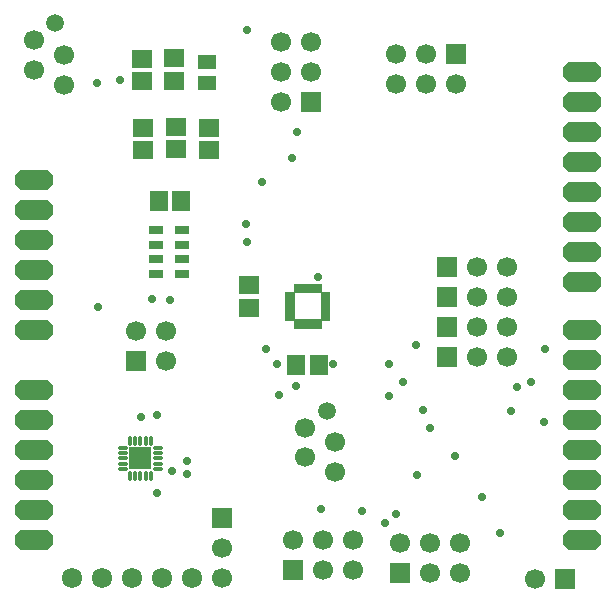
<source format=gts>
%FSAX42Y42*%
%MOMM*%
G71*
G01*
G75*
G04 Layer_Color=8388736*
%ADD10R,1.70X1.70*%
%ADD11O,0.65X0.20*%
%ADD12O,0.20X0.65*%
%ADD13R,1.60X1.30*%
%ADD14R,1.30X1.60*%
%ADD15R,1.10X0.60*%
%ADD16R,1.40X1.00*%
%ADD17R,0.23X0.60*%
%ADD18R,0.60X0.23*%
%ADD19C,0.25*%
%ADD20C,0.24*%
%ADD21C,0.20*%
%ADD22C,1.50*%
%ADD23R,1.50X1.50*%
%ADD24R,1.50X1.50*%
%ADD25C,1.30*%
G04:AMPARAMS|DCode=26|XSize=3mm|YSize=1.5mm|CornerRadius=0mm|HoleSize=0mm|Usage=FLASHONLY|Rotation=0.000|XOffset=0mm|YOffset=0mm|HoleType=Round|Shape=Octagon|*
%AMOCTAGOND26*
4,1,8,1.50,-0.38,1.50,0.38,1.13,0.75,-1.13,0.75,-1.50,0.38,-1.50,-0.38,-1.13,-0.75,1.13,-0.75,1.50,-0.38,0.0*
%
%ADD26OCTAGOND26*%

%ADD27C,1.52*%
%ADD28C,0.50*%
%ADD29R,1.02X0.91*%
%ADD30R,0.91X1.02*%
%ADD31O,1.65X0.48*%
%ADD32R,0.60X1.10*%
%ADD33C,0.25*%
%ADD34C,0.60*%
%ADD35C,0.30*%
%ADD36C,0.10*%
%ADD37C,0.13*%
%ADD38R,1.90X1.90*%
%ADD39O,0.85X0.40*%
%ADD40O,0.40X0.85*%
%ADD41R,1.80X1.50*%
%ADD42R,1.50X1.80*%
%ADD43R,1.30X0.80*%
%ADD44R,1.60X1.20*%
%ADD45C,1.70*%
%ADD46R,1.70X1.70*%
G04:AMPARAMS|DCode=47|XSize=3.2mm|YSize=1.7mm|CornerRadius=0mm|HoleSize=0mm|Usage=FLASHONLY|Rotation=0.000|XOffset=0mm|YOffset=0mm|HoleType=Round|Shape=Octagon|*
%AMOCTAGOND47*
4,1,8,1.60,-0.42,1.60,0.42,1.18,0.85,-1.18,0.85,-1.60,0.42,-1.60,-0.42,-1.18,-0.85,1.18,-0.85,1.60,-0.42,0.0*
%
%ADD47OCTAGOND47*%

%ADD48C,1.72*%
%ADD49C,0.70*%
G36*
X005122Y005122D02*
X005190D01*
Y005078D01*
Y005038D01*
Y004999D01*
Y004958D01*
Y004919D01*
Y004878D01*
X005122D01*
Y004810D01*
X004878D01*
Y004878D01*
X004810D01*
Y004919D01*
Y004958D01*
Y004999D01*
Y005038D01*
Y005078D01*
Y005122D01*
X004878D01*
Y005190D01*
X005122D01*
Y005122D01*
D02*
G37*
%LPC*%
G36*
X005110Y005110D02*
X004890D01*
Y005078D01*
Y005038D01*
Y004999D01*
Y004958D01*
Y004919D01*
Y004890D01*
X005110D01*
Y004919D01*
Y004958D01*
Y004999D01*
Y005038D01*
Y005078D01*
Y005110D01*
D02*
G37*
%LPD*%
D10*
X004270Y003208D02*
D03*
X006177Y005330D02*
D03*
X005027Y006732D02*
D03*
D22*
X002862Y007395D02*
D03*
X005158Y004112D02*
D03*
D38*
X003580Y003710D02*
D03*
D39*
X003728Y003800D02*
D03*
Y003755D02*
D03*
Y003710D02*
D03*
Y003665D02*
D03*
Y003620D02*
D03*
X003433D02*
D03*
Y003665D02*
D03*
Y003710D02*
D03*
Y003755D02*
D03*
Y003800D02*
D03*
D40*
X003670Y003562D02*
D03*
X003625D02*
D03*
X003580D02*
D03*
X003535D02*
D03*
X003490D02*
D03*
Y003858D02*
D03*
X003535D02*
D03*
X003580D02*
D03*
X003625D02*
D03*
X003670D02*
D03*
D41*
X004160Y006510D02*
D03*
Y006320D02*
D03*
X003603Y006507D02*
D03*
Y006318D02*
D03*
X003592Y006902D02*
D03*
Y007093D02*
D03*
X003880Y006327D02*
D03*
Y006518D02*
D03*
X003865Y007100D02*
D03*
Y006910D02*
D03*
X004503Y004987D02*
D03*
Y005178D02*
D03*
D42*
X003928Y005893D02*
D03*
X003737D02*
D03*
X005090Y004502D02*
D03*
X004900D02*
D03*
D43*
X003712Y005645D02*
D03*
X003933Y005270D02*
D03*
Y005395D02*
D03*
Y005520D02*
D03*
Y005645D02*
D03*
X003712Y005270D02*
D03*
Y005395D02*
D03*
Y005520D02*
D03*
D44*
X004145Y006890D02*
D03*
Y007070D02*
D03*
D45*
X006034Y002996D02*
D03*
X006288D02*
D03*
X006034Y002742D02*
D03*
X006288D02*
D03*
X005780Y002996D02*
D03*
X003799Y004791D02*
D03*
X003545D02*
D03*
X003799Y004537D02*
D03*
X006923Y002693D02*
D03*
X004270Y002700D02*
D03*
Y002954D02*
D03*
X006685Y005330D02*
D03*
X006431D02*
D03*
X002936Y006874D02*
D03*
X002682Y007001D02*
D03*
X002936Y007128D02*
D03*
X002682Y007255D02*
D03*
X006685Y005076D02*
D03*
X006431D02*
D03*
X006685Y004822D02*
D03*
X006431D02*
D03*
X006685Y004568D02*
D03*
X006431D02*
D03*
X004873Y003019D02*
D03*
X005127Y002765D02*
D03*
Y003019D02*
D03*
X005381Y002765D02*
D03*
Y003019D02*
D03*
X004978Y003972D02*
D03*
Y003719D02*
D03*
X005232Y003846D02*
D03*
Y003592D02*
D03*
X004773Y007240D02*
D03*
X005027D02*
D03*
X004773Y006986D02*
D03*
X005027D02*
D03*
X004773Y006732D02*
D03*
X005747Y006883D02*
D03*
Y007138D02*
D03*
X006001Y006883D02*
D03*
Y007138D02*
D03*
X006255Y006883D02*
D03*
D46*
X005780Y002742D02*
D03*
X003545Y004537D02*
D03*
X007177Y002693D02*
D03*
X006177Y005076D02*
D03*
Y004822D02*
D03*
X006177Y004568D02*
D03*
X004873Y002765D02*
D03*
X006255Y007138D02*
D03*
D47*
X002677Y003273D02*
D03*
Y003019D02*
D03*
Y003527D02*
D03*
Y003781D02*
D03*
Y004289D02*
D03*
Y004035D02*
D03*
X002680Y005051D02*
D03*
X002677Y004797D02*
D03*
Y005559D02*
D03*
Y005305D02*
D03*
Y006067D02*
D03*
Y005813D02*
D03*
X007323Y006473D02*
D03*
Y004035D02*
D03*
Y003781D02*
D03*
Y004543D02*
D03*
Y004289D02*
D03*
Y003273D02*
D03*
Y003019D02*
D03*
Y003527D02*
D03*
Y006219D02*
D03*
Y005965D02*
D03*
Y006981D02*
D03*
Y006727D02*
D03*
Y005203D02*
D03*
Y004797D02*
D03*
Y005711D02*
D03*
Y005457D02*
D03*
D48*
X003254Y002700D02*
D03*
X003762D02*
D03*
X004016D02*
D03*
X003508D02*
D03*
X003000D02*
D03*
D49*
X003219Y004989D02*
D03*
X003828Y005053D02*
D03*
X004867Y006255D02*
D03*
X004905Y006475D02*
D03*
X003683Y005058D02*
D03*
X003583Y004065D02*
D03*
X003725Y004078D02*
D03*
X004902Y004320D02*
D03*
X003725Y003417D02*
D03*
X004753Y004245D02*
D03*
X003972Y003580D02*
D03*
X003978Y003685D02*
D03*
X003847Y003605D02*
D03*
X003212Y006888D02*
D03*
X004645Y004640D02*
D03*
X004483Y005540D02*
D03*
X003603Y006507D02*
D03*
X003865Y006910D02*
D03*
X005685Y004237D02*
D03*
X005685Y004510D02*
D03*
X006997Y004020D02*
D03*
X006722Y004108D02*
D03*
X006245Y003735D02*
D03*
X006770Y004317D02*
D03*
X006885Y004355D02*
D03*
X007005Y004633D02*
D03*
X004488Y007340D02*
D03*
X003410Y006912D02*
D03*
X006030Y003967D02*
D03*
X006630Y003075D02*
D03*
X005745Y003238D02*
D03*
X005808Y004358D02*
D03*
X004478Y005692D02*
D03*
X004608Y006055D02*
D03*
X005917Y004670D02*
D03*
X006472Y003388D02*
D03*
X005455Y003267D02*
D03*
X005655Y003167D02*
D03*
X005972Y004120D02*
D03*
X005110Y003280D02*
D03*
X005925Y003570D02*
D03*
X005215Y004508D02*
D03*
X004740Y004512D02*
D03*
X005083Y005245D02*
D03*
M02*

</source>
